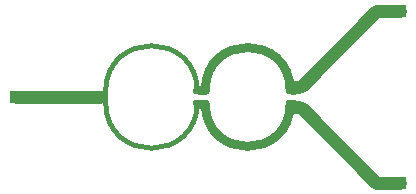
<source format=gbr>
%TF.GenerationSoftware,KiCad,Pcbnew,9.0.4*%
%TF.CreationDate,2025-10-05T12:47:39-07:00*%
%TF.ProjectId,Wilkinson PD,57696c6b-696e-4736-9f6e-2050442e6b69,rev?*%
%TF.SameCoordinates,Original*%
%TF.FileFunction,Copper,L1,Top*%
%TF.FilePolarity,Positive*%
%FSLAX46Y46*%
G04 Gerber Fmt 4.6, Leading zero omitted, Abs format (unit mm)*
G04 Created by KiCad (PCBNEW 9.0.4) date 2025-10-05 12:47:39*
%MOMM*%
%LPD*%
G01*
G04 APERTURE LIST*
G04 Aperture macros list*
%AMRoundRect*
0 Rectangle with rounded corners*
0 $1 Rounding radius*
0 $2 $3 $4 $5 $6 $7 $8 $9 X,Y pos of 4 corners*
0 Add a 4 corners polygon primitive as box body*
4,1,4,$2,$3,$4,$5,$6,$7,$8,$9,$2,$3,0*
0 Add four circle primitives for the rounded corners*
1,1,$1+$1,$2,$3*
1,1,$1+$1,$4,$5*
1,1,$1+$1,$6,$7*
1,1,$1+$1,$8,$9*
0 Add four rect primitives between the rounded corners*
20,1,$1+$1,$2,$3,$4,$5,0*
20,1,$1+$1,$4,$5,$6,$7,0*
20,1,$1+$1,$6,$7,$8,$9,0*
20,1,$1+$1,$8,$9,$2,$3,0*%
G04 Aperture macros list end*
%TA.AperFunction,EtchedComponent*%
%ADD10C,0.728980*%
%TD*%
%TA.AperFunction,EtchedComponent*%
%ADD11C,1.066800*%
%TD*%
%TA.AperFunction,EtchedComponent*%
%ADD12C,0.398780*%
%TD*%
%TA.AperFunction,SMDPad,CuDef*%
%ADD13R,1.066800X1.066800*%
%TD*%
%TA.AperFunction,SMDPad,CuDef*%
%ADD14C,1.066800*%
%TD*%
%TA.AperFunction,SMDPad,CuDef*%
%ADD15RoundRect,0.135001X-0.185039X-0.135001X0.185039X-0.135001X0.185039X0.135001X-0.185039X0.135001X0*%
%TD*%
%TA.AperFunction,SMDPad,CuDef*%
%ADD16R,1.064260X1.064260*%
%TD*%
%TA.AperFunction,Conductor*%
%ADD17C,1.066800*%
%TD*%
G04 APERTURE END LIST*
D10*
%TO.C,WPD1*%
X164886640Y-77297280D02*
X165468300Y-77297280D01*
X164886640Y-78506320D02*
X165469570Y-78506320D01*
D11*
X172803820Y-77129640D02*
X173624240Y-76936600D01*
X172803820Y-78673960D02*
X173624240Y-78867000D01*
D12*
X157021784Y-77444600D02*
G75*
G02*
X164785040Y-77444600I3881628J0D01*
G01*
X164785040Y-78359000D02*
G75*
G02*
X157021754Y-78359000I-3881643J0D01*
G01*
D10*
X165469570Y-77297280D02*
G75*
G02*
X172639990Y-77297280I3585210J0D01*
G01*
X172639990Y-78506320D02*
G75*
G02*
X165469570Y-78506320I-3585210J0D01*
G01*
%TD*%
D13*
%TO.P,WPD1,1,In*%
%TO.N,Net-(U3-port1)*%
X156692600Y-77901800D03*
D14*
%TO.P,WPD1,2,PD1*%
%TO.N,Net-(U2-port2)*%
X173624240Y-76936600D03*
%TO.P,WPD1,3,PD2*%
%TO.N,Net-(U1-port3)*%
X173624240Y-78867000D03*
D15*
%TO.P,WPD1,4,R1*%
%TO.N,unconnected-(WPD1-R1-Pad4)*%
X164785040Y-77391768D03*
%TO.P,WPD1,5,R1*%
%TO.N,unconnected-(WPD1-R1-Pad5)*%
X164785040Y-78411832D03*
%TO.P,WPD1,6,R2*%
%TO.N,unconnected-(WPD1-R2-Pad6)*%
X172639990Y-77391768D03*
%TO.P,WPD1,7,R2*%
%TO.N,unconnected-(WPD1-R2-Pad7)*%
X172639990Y-78411832D03*
%TD*%
D16*
%TO.P,U2,1,port2*%
%TO.N,Net-(U2-port2)*%
X181980840Y-70612000D03*
%TD*%
%TO.P,U3,1,port1*%
%TO.N,Net-(U3-port1)*%
X149453600Y-77901800D03*
%TD*%
%TO.P,U1,1,port3*%
%TO.N,Net-(U1-port3)*%
X181980840Y-85191600D03*
%TD*%
D17*
%TO.N,Net-(U1-port3)*%
X173624240Y-78867000D02*
X179948840Y-85191600D01*
X179948840Y-85191600D02*
X181980840Y-85191600D01*
%TO.N,Net-(U2-port2)*%
X173624240Y-76936600D02*
X179948840Y-70612000D01*
X179948840Y-70612000D02*
X181980840Y-70612000D01*
%TO.N,Net-(U3-port1)*%
X156565666Y-77901800D02*
X149453600Y-77901800D01*
%TD*%
M02*

</source>
